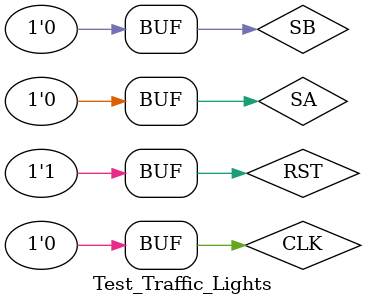
<source format=v>
module Test_Traffic_Lights;
	
	reg SA, SB; // Input, SA and SB are sensors
	reg CLK, RST;
	
	wire [1:0] PA, PB, A, B; // PA, PB are people's lights and A, B are car's lights
	
	Traffic_Light TL (SA,SB,A,B,PA,PB,CLK,RST);

	initial
		begin
		CLK = 0;
			
		repeat(100)
		#1 CLK = ~ CLK;
		end
	
	initial
		begin
		RST = 1;
		
		SA = 1'b1;
		SB = 1'b1;
		
		#32
		
		SA = 1'b0;
		SB = 1'b0;
		
		#14
		
		SA = 1'b1;
		
		#4
		
		SA = 1'b0;
		
		end
endmodule

</source>
